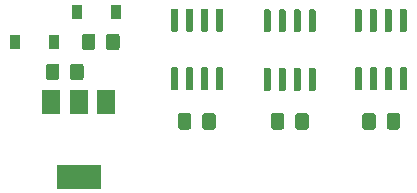
<source format=gbr>
G04 #@! TF.GenerationSoftware,KiCad,Pcbnew,5.1.5+dfsg1-2build2*
G04 #@! TF.CreationDate,2020-08-18T23:14:54+10:00*
G04 #@! TF.ProjectId,sid-board-v3,7369642d-626f-4617-9264-2d76332e6b69,rev?*
G04 #@! TF.SameCoordinates,Original*
G04 #@! TF.FileFunction,Paste,Bot*
G04 #@! TF.FilePolarity,Positive*
%FSLAX46Y46*%
G04 Gerber Fmt 4.6, Leading zero omitted, Abs format (unit mm)*
G04 Created by KiCad (PCBNEW 5.1.5+dfsg1-2build2) date 2020-08-18 23:14:54*
%MOMM*%
%LPD*%
G04 APERTURE LIST*
%ADD10C,0.100000*%
%ADD11R,0.900000X1.200000*%
%ADD12R,1.500000X2.000000*%
%ADD13R,3.800000X2.000000*%
G04 APERTURE END LIST*
D10*
G36*
X135867910Y-90233202D02*
G01*
X135892135Y-90236795D01*
X135915891Y-90242746D01*
X135938949Y-90250996D01*
X135961087Y-90261467D01*
X135982093Y-90274057D01*
X136001763Y-90288645D01*
X136019908Y-90305092D01*
X136036355Y-90323237D01*
X136050943Y-90342907D01*
X136063533Y-90363913D01*
X136074004Y-90386051D01*
X136082254Y-90409109D01*
X136088205Y-90432865D01*
X136091798Y-90457090D01*
X136093000Y-90481550D01*
X136093000Y-91382450D01*
X136091798Y-91406910D01*
X136088205Y-91431135D01*
X136082254Y-91454891D01*
X136074004Y-91477949D01*
X136063533Y-91500087D01*
X136050943Y-91521093D01*
X136036355Y-91540763D01*
X136019908Y-91558908D01*
X136001763Y-91575355D01*
X135982093Y-91589943D01*
X135961087Y-91602533D01*
X135938949Y-91613004D01*
X135915891Y-91621254D01*
X135892135Y-91627205D01*
X135867910Y-91630798D01*
X135843450Y-91632000D01*
X135192550Y-91632000D01*
X135168090Y-91630798D01*
X135143865Y-91627205D01*
X135120109Y-91621254D01*
X135097051Y-91613004D01*
X135074913Y-91602533D01*
X135053907Y-91589943D01*
X135034237Y-91575355D01*
X135016092Y-91558908D01*
X134999645Y-91540763D01*
X134985057Y-91521093D01*
X134972467Y-91500087D01*
X134961996Y-91477949D01*
X134953746Y-91454891D01*
X134947795Y-91431135D01*
X134944202Y-91406910D01*
X134943000Y-91382450D01*
X134943000Y-90481550D01*
X134944202Y-90457090D01*
X134947795Y-90432865D01*
X134953746Y-90409109D01*
X134961996Y-90386051D01*
X134972467Y-90363913D01*
X134985057Y-90342907D01*
X134999645Y-90323237D01*
X135016092Y-90305092D01*
X135034237Y-90288645D01*
X135053907Y-90274057D01*
X135074913Y-90261467D01*
X135097051Y-90250996D01*
X135120109Y-90242746D01*
X135143865Y-90236795D01*
X135168090Y-90233202D01*
X135192550Y-90232000D01*
X135843450Y-90232000D01*
X135867910Y-90233202D01*
G37*
G36*
X133817910Y-90233202D02*
G01*
X133842135Y-90236795D01*
X133865891Y-90242746D01*
X133888949Y-90250996D01*
X133911087Y-90261467D01*
X133932093Y-90274057D01*
X133951763Y-90288645D01*
X133969908Y-90305092D01*
X133986355Y-90323237D01*
X134000943Y-90342907D01*
X134013533Y-90363913D01*
X134024004Y-90386051D01*
X134032254Y-90409109D01*
X134038205Y-90432865D01*
X134041798Y-90457090D01*
X134043000Y-90481550D01*
X134043000Y-91382450D01*
X134041798Y-91406910D01*
X134038205Y-91431135D01*
X134032254Y-91454891D01*
X134024004Y-91477949D01*
X134013533Y-91500087D01*
X134000943Y-91521093D01*
X133986355Y-91540763D01*
X133969908Y-91558908D01*
X133951763Y-91575355D01*
X133932093Y-91589943D01*
X133911087Y-91602533D01*
X133888949Y-91613004D01*
X133865891Y-91621254D01*
X133842135Y-91627205D01*
X133817910Y-91630798D01*
X133793450Y-91632000D01*
X133142550Y-91632000D01*
X133118090Y-91630798D01*
X133093865Y-91627205D01*
X133070109Y-91621254D01*
X133047051Y-91613004D01*
X133024913Y-91602533D01*
X133003907Y-91589943D01*
X132984237Y-91575355D01*
X132966092Y-91558908D01*
X132949645Y-91540763D01*
X132935057Y-91521093D01*
X132922467Y-91500087D01*
X132911996Y-91477949D01*
X132903746Y-91454891D01*
X132897795Y-91431135D01*
X132894202Y-91406910D01*
X132893000Y-91382450D01*
X132893000Y-90481550D01*
X132894202Y-90457090D01*
X132897795Y-90432865D01*
X132903746Y-90409109D01*
X132911996Y-90386051D01*
X132922467Y-90363913D01*
X132935057Y-90342907D01*
X132949645Y-90323237D01*
X132966092Y-90305092D01*
X132984237Y-90288645D01*
X133003907Y-90274057D01*
X133024913Y-90261467D01*
X133047051Y-90250996D01*
X133070109Y-90242746D01*
X133093865Y-90236795D01*
X133118090Y-90233202D01*
X133142550Y-90232000D01*
X133793450Y-90232000D01*
X133817910Y-90233202D01*
G37*
D11*
X127634000Y-81661000D03*
X124334000Y-81661000D03*
D10*
G36*
X152136123Y-86362547D02*
G01*
X152150684Y-86364707D01*
X152164963Y-86368284D01*
X152178823Y-86373243D01*
X152192130Y-86379537D01*
X152204756Y-86387105D01*
X152216579Y-86395873D01*
X152227486Y-86405759D01*
X152237372Y-86416666D01*
X152246140Y-86428489D01*
X152253708Y-86441115D01*
X152260002Y-86454422D01*
X152264961Y-86468282D01*
X152268538Y-86482561D01*
X152270698Y-86497122D01*
X152271420Y-86511825D01*
X152271420Y-88161825D01*
X152270698Y-88176528D01*
X152268538Y-88191089D01*
X152264961Y-88205368D01*
X152260002Y-88219228D01*
X152253708Y-88232535D01*
X152246140Y-88245161D01*
X152237372Y-88256984D01*
X152227486Y-88267891D01*
X152216579Y-88277777D01*
X152204756Y-88286545D01*
X152192130Y-88294113D01*
X152178823Y-88300407D01*
X152164963Y-88305366D01*
X152150684Y-88308943D01*
X152136123Y-88311103D01*
X152121420Y-88311825D01*
X151821420Y-88311825D01*
X151806717Y-88311103D01*
X151792156Y-88308943D01*
X151777877Y-88305366D01*
X151764017Y-88300407D01*
X151750710Y-88294113D01*
X151738084Y-88286545D01*
X151726261Y-88277777D01*
X151715354Y-88267891D01*
X151705468Y-88256984D01*
X151696700Y-88245161D01*
X151689132Y-88232535D01*
X151682838Y-88219228D01*
X151677879Y-88205368D01*
X151674302Y-88191089D01*
X151672142Y-88176528D01*
X151671420Y-88161825D01*
X151671420Y-86511825D01*
X151672142Y-86497122D01*
X151674302Y-86482561D01*
X151677879Y-86468282D01*
X151682838Y-86454422D01*
X151689132Y-86441115D01*
X151696700Y-86428489D01*
X151705468Y-86416666D01*
X151715354Y-86405759D01*
X151726261Y-86395873D01*
X151738084Y-86387105D01*
X151750710Y-86379537D01*
X151764017Y-86373243D01*
X151777877Y-86368284D01*
X151792156Y-86364707D01*
X151806717Y-86362547D01*
X151821420Y-86361825D01*
X152121420Y-86361825D01*
X152136123Y-86362547D01*
G37*
G36*
X150866123Y-86362547D02*
G01*
X150880684Y-86364707D01*
X150894963Y-86368284D01*
X150908823Y-86373243D01*
X150922130Y-86379537D01*
X150934756Y-86387105D01*
X150946579Y-86395873D01*
X150957486Y-86405759D01*
X150967372Y-86416666D01*
X150976140Y-86428489D01*
X150983708Y-86441115D01*
X150990002Y-86454422D01*
X150994961Y-86468282D01*
X150998538Y-86482561D01*
X151000698Y-86497122D01*
X151001420Y-86511825D01*
X151001420Y-88161825D01*
X151000698Y-88176528D01*
X150998538Y-88191089D01*
X150994961Y-88205368D01*
X150990002Y-88219228D01*
X150983708Y-88232535D01*
X150976140Y-88245161D01*
X150967372Y-88256984D01*
X150957486Y-88267891D01*
X150946579Y-88277777D01*
X150934756Y-88286545D01*
X150922130Y-88294113D01*
X150908823Y-88300407D01*
X150894963Y-88305366D01*
X150880684Y-88308943D01*
X150866123Y-88311103D01*
X150851420Y-88311825D01*
X150551420Y-88311825D01*
X150536717Y-88311103D01*
X150522156Y-88308943D01*
X150507877Y-88305366D01*
X150494017Y-88300407D01*
X150480710Y-88294113D01*
X150468084Y-88286545D01*
X150456261Y-88277777D01*
X150445354Y-88267891D01*
X150435468Y-88256984D01*
X150426700Y-88245161D01*
X150419132Y-88232535D01*
X150412838Y-88219228D01*
X150407879Y-88205368D01*
X150404302Y-88191089D01*
X150402142Y-88176528D01*
X150401420Y-88161825D01*
X150401420Y-86511825D01*
X150402142Y-86497122D01*
X150404302Y-86482561D01*
X150407879Y-86468282D01*
X150412838Y-86454422D01*
X150419132Y-86441115D01*
X150426700Y-86428489D01*
X150435468Y-86416666D01*
X150445354Y-86405759D01*
X150456261Y-86395873D01*
X150468084Y-86387105D01*
X150480710Y-86379537D01*
X150494017Y-86373243D01*
X150507877Y-86368284D01*
X150522156Y-86364707D01*
X150536717Y-86362547D01*
X150551420Y-86361825D01*
X150851420Y-86361825D01*
X150866123Y-86362547D01*
G37*
G36*
X149596123Y-86362547D02*
G01*
X149610684Y-86364707D01*
X149624963Y-86368284D01*
X149638823Y-86373243D01*
X149652130Y-86379537D01*
X149664756Y-86387105D01*
X149676579Y-86395873D01*
X149687486Y-86405759D01*
X149697372Y-86416666D01*
X149706140Y-86428489D01*
X149713708Y-86441115D01*
X149720002Y-86454422D01*
X149724961Y-86468282D01*
X149728538Y-86482561D01*
X149730698Y-86497122D01*
X149731420Y-86511825D01*
X149731420Y-88161825D01*
X149730698Y-88176528D01*
X149728538Y-88191089D01*
X149724961Y-88205368D01*
X149720002Y-88219228D01*
X149713708Y-88232535D01*
X149706140Y-88245161D01*
X149697372Y-88256984D01*
X149687486Y-88267891D01*
X149676579Y-88277777D01*
X149664756Y-88286545D01*
X149652130Y-88294113D01*
X149638823Y-88300407D01*
X149624963Y-88305366D01*
X149610684Y-88308943D01*
X149596123Y-88311103D01*
X149581420Y-88311825D01*
X149281420Y-88311825D01*
X149266717Y-88311103D01*
X149252156Y-88308943D01*
X149237877Y-88305366D01*
X149224017Y-88300407D01*
X149210710Y-88294113D01*
X149198084Y-88286545D01*
X149186261Y-88277777D01*
X149175354Y-88267891D01*
X149165468Y-88256984D01*
X149156700Y-88245161D01*
X149149132Y-88232535D01*
X149142838Y-88219228D01*
X149137879Y-88205368D01*
X149134302Y-88191089D01*
X149132142Y-88176528D01*
X149131420Y-88161825D01*
X149131420Y-86511825D01*
X149132142Y-86497122D01*
X149134302Y-86482561D01*
X149137879Y-86468282D01*
X149142838Y-86454422D01*
X149149132Y-86441115D01*
X149156700Y-86428489D01*
X149165468Y-86416666D01*
X149175354Y-86405759D01*
X149186261Y-86395873D01*
X149198084Y-86387105D01*
X149210710Y-86379537D01*
X149224017Y-86373243D01*
X149237877Y-86368284D01*
X149252156Y-86364707D01*
X149266717Y-86362547D01*
X149281420Y-86361825D01*
X149581420Y-86361825D01*
X149596123Y-86362547D01*
G37*
G36*
X148326123Y-86362547D02*
G01*
X148340684Y-86364707D01*
X148354963Y-86368284D01*
X148368823Y-86373243D01*
X148382130Y-86379537D01*
X148394756Y-86387105D01*
X148406579Y-86395873D01*
X148417486Y-86405759D01*
X148427372Y-86416666D01*
X148436140Y-86428489D01*
X148443708Y-86441115D01*
X148450002Y-86454422D01*
X148454961Y-86468282D01*
X148458538Y-86482561D01*
X148460698Y-86497122D01*
X148461420Y-86511825D01*
X148461420Y-88161825D01*
X148460698Y-88176528D01*
X148458538Y-88191089D01*
X148454961Y-88205368D01*
X148450002Y-88219228D01*
X148443708Y-88232535D01*
X148436140Y-88245161D01*
X148427372Y-88256984D01*
X148417486Y-88267891D01*
X148406579Y-88277777D01*
X148394756Y-88286545D01*
X148382130Y-88294113D01*
X148368823Y-88300407D01*
X148354963Y-88305366D01*
X148340684Y-88308943D01*
X148326123Y-88311103D01*
X148311420Y-88311825D01*
X148011420Y-88311825D01*
X147996717Y-88311103D01*
X147982156Y-88308943D01*
X147967877Y-88305366D01*
X147954017Y-88300407D01*
X147940710Y-88294113D01*
X147928084Y-88286545D01*
X147916261Y-88277777D01*
X147905354Y-88267891D01*
X147895468Y-88256984D01*
X147886700Y-88245161D01*
X147879132Y-88232535D01*
X147872838Y-88219228D01*
X147867879Y-88205368D01*
X147864302Y-88191089D01*
X147862142Y-88176528D01*
X147861420Y-88161825D01*
X147861420Y-86511825D01*
X147862142Y-86497122D01*
X147864302Y-86482561D01*
X147867879Y-86468282D01*
X147872838Y-86454422D01*
X147879132Y-86441115D01*
X147886700Y-86428489D01*
X147895468Y-86416666D01*
X147905354Y-86405759D01*
X147916261Y-86395873D01*
X147928084Y-86387105D01*
X147940710Y-86379537D01*
X147954017Y-86373243D01*
X147967877Y-86368284D01*
X147982156Y-86364707D01*
X147996717Y-86362547D01*
X148011420Y-86361825D01*
X148311420Y-86361825D01*
X148326123Y-86362547D01*
G37*
G36*
X148326123Y-81412547D02*
G01*
X148340684Y-81414707D01*
X148354963Y-81418284D01*
X148368823Y-81423243D01*
X148382130Y-81429537D01*
X148394756Y-81437105D01*
X148406579Y-81445873D01*
X148417486Y-81455759D01*
X148427372Y-81466666D01*
X148436140Y-81478489D01*
X148443708Y-81491115D01*
X148450002Y-81504422D01*
X148454961Y-81518282D01*
X148458538Y-81532561D01*
X148460698Y-81547122D01*
X148461420Y-81561825D01*
X148461420Y-83211825D01*
X148460698Y-83226528D01*
X148458538Y-83241089D01*
X148454961Y-83255368D01*
X148450002Y-83269228D01*
X148443708Y-83282535D01*
X148436140Y-83295161D01*
X148427372Y-83306984D01*
X148417486Y-83317891D01*
X148406579Y-83327777D01*
X148394756Y-83336545D01*
X148382130Y-83344113D01*
X148368823Y-83350407D01*
X148354963Y-83355366D01*
X148340684Y-83358943D01*
X148326123Y-83361103D01*
X148311420Y-83361825D01*
X148011420Y-83361825D01*
X147996717Y-83361103D01*
X147982156Y-83358943D01*
X147967877Y-83355366D01*
X147954017Y-83350407D01*
X147940710Y-83344113D01*
X147928084Y-83336545D01*
X147916261Y-83327777D01*
X147905354Y-83317891D01*
X147895468Y-83306984D01*
X147886700Y-83295161D01*
X147879132Y-83282535D01*
X147872838Y-83269228D01*
X147867879Y-83255368D01*
X147864302Y-83241089D01*
X147862142Y-83226528D01*
X147861420Y-83211825D01*
X147861420Y-81561825D01*
X147862142Y-81547122D01*
X147864302Y-81532561D01*
X147867879Y-81518282D01*
X147872838Y-81504422D01*
X147879132Y-81491115D01*
X147886700Y-81478489D01*
X147895468Y-81466666D01*
X147905354Y-81455759D01*
X147916261Y-81445873D01*
X147928084Y-81437105D01*
X147940710Y-81429537D01*
X147954017Y-81423243D01*
X147967877Y-81418284D01*
X147982156Y-81414707D01*
X147996717Y-81412547D01*
X148011420Y-81411825D01*
X148311420Y-81411825D01*
X148326123Y-81412547D01*
G37*
G36*
X149596123Y-81412547D02*
G01*
X149610684Y-81414707D01*
X149624963Y-81418284D01*
X149638823Y-81423243D01*
X149652130Y-81429537D01*
X149664756Y-81437105D01*
X149676579Y-81445873D01*
X149687486Y-81455759D01*
X149697372Y-81466666D01*
X149706140Y-81478489D01*
X149713708Y-81491115D01*
X149720002Y-81504422D01*
X149724961Y-81518282D01*
X149728538Y-81532561D01*
X149730698Y-81547122D01*
X149731420Y-81561825D01*
X149731420Y-83211825D01*
X149730698Y-83226528D01*
X149728538Y-83241089D01*
X149724961Y-83255368D01*
X149720002Y-83269228D01*
X149713708Y-83282535D01*
X149706140Y-83295161D01*
X149697372Y-83306984D01*
X149687486Y-83317891D01*
X149676579Y-83327777D01*
X149664756Y-83336545D01*
X149652130Y-83344113D01*
X149638823Y-83350407D01*
X149624963Y-83355366D01*
X149610684Y-83358943D01*
X149596123Y-83361103D01*
X149581420Y-83361825D01*
X149281420Y-83361825D01*
X149266717Y-83361103D01*
X149252156Y-83358943D01*
X149237877Y-83355366D01*
X149224017Y-83350407D01*
X149210710Y-83344113D01*
X149198084Y-83336545D01*
X149186261Y-83327777D01*
X149175354Y-83317891D01*
X149165468Y-83306984D01*
X149156700Y-83295161D01*
X149149132Y-83282535D01*
X149142838Y-83269228D01*
X149137879Y-83255368D01*
X149134302Y-83241089D01*
X149132142Y-83226528D01*
X149131420Y-83211825D01*
X149131420Y-81561825D01*
X149132142Y-81547122D01*
X149134302Y-81532561D01*
X149137879Y-81518282D01*
X149142838Y-81504422D01*
X149149132Y-81491115D01*
X149156700Y-81478489D01*
X149165468Y-81466666D01*
X149175354Y-81455759D01*
X149186261Y-81445873D01*
X149198084Y-81437105D01*
X149210710Y-81429537D01*
X149224017Y-81423243D01*
X149237877Y-81418284D01*
X149252156Y-81414707D01*
X149266717Y-81412547D01*
X149281420Y-81411825D01*
X149581420Y-81411825D01*
X149596123Y-81412547D01*
G37*
G36*
X150866123Y-81412547D02*
G01*
X150880684Y-81414707D01*
X150894963Y-81418284D01*
X150908823Y-81423243D01*
X150922130Y-81429537D01*
X150934756Y-81437105D01*
X150946579Y-81445873D01*
X150957486Y-81455759D01*
X150967372Y-81466666D01*
X150976140Y-81478489D01*
X150983708Y-81491115D01*
X150990002Y-81504422D01*
X150994961Y-81518282D01*
X150998538Y-81532561D01*
X151000698Y-81547122D01*
X151001420Y-81561825D01*
X151001420Y-83211825D01*
X151000698Y-83226528D01*
X150998538Y-83241089D01*
X150994961Y-83255368D01*
X150990002Y-83269228D01*
X150983708Y-83282535D01*
X150976140Y-83295161D01*
X150967372Y-83306984D01*
X150957486Y-83317891D01*
X150946579Y-83327777D01*
X150934756Y-83336545D01*
X150922130Y-83344113D01*
X150908823Y-83350407D01*
X150894963Y-83355366D01*
X150880684Y-83358943D01*
X150866123Y-83361103D01*
X150851420Y-83361825D01*
X150551420Y-83361825D01*
X150536717Y-83361103D01*
X150522156Y-83358943D01*
X150507877Y-83355366D01*
X150494017Y-83350407D01*
X150480710Y-83344113D01*
X150468084Y-83336545D01*
X150456261Y-83327777D01*
X150445354Y-83317891D01*
X150435468Y-83306984D01*
X150426700Y-83295161D01*
X150419132Y-83282535D01*
X150412838Y-83269228D01*
X150407879Y-83255368D01*
X150404302Y-83241089D01*
X150402142Y-83226528D01*
X150401420Y-83211825D01*
X150401420Y-81561825D01*
X150402142Y-81547122D01*
X150404302Y-81532561D01*
X150407879Y-81518282D01*
X150412838Y-81504422D01*
X150419132Y-81491115D01*
X150426700Y-81478489D01*
X150435468Y-81466666D01*
X150445354Y-81455759D01*
X150456261Y-81445873D01*
X150468084Y-81437105D01*
X150480710Y-81429537D01*
X150494017Y-81423243D01*
X150507877Y-81418284D01*
X150522156Y-81414707D01*
X150536717Y-81412547D01*
X150551420Y-81411825D01*
X150851420Y-81411825D01*
X150866123Y-81412547D01*
G37*
G36*
X152136123Y-81412547D02*
G01*
X152150684Y-81414707D01*
X152164963Y-81418284D01*
X152178823Y-81423243D01*
X152192130Y-81429537D01*
X152204756Y-81437105D01*
X152216579Y-81445873D01*
X152227486Y-81455759D01*
X152237372Y-81466666D01*
X152246140Y-81478489D01*
X152253708Y-81491115D01*
X152260002Y-81504422D01*
X152264961Y-81518282D01*
X152268538Y-81532561D01*
X152270698Y-81547122D01*
X152271420Y-81561825D01*
X152271420Y-83211825D01*
X152270698Y-83226528D01*
X152268538Y-83241089D01*
X152264961Y-83255368D01*
X152260002Y-83269228D01*
X152253708Y-83282535D01*
X152246140Y-83295161D01*
X152237372Y-83306984D01*
X152227486Y-83317891D01*
X152216579Y-83327777D01*
X152204756Y-83336545D01*
X152192130Y-83344113D01*
X152178823Y-83350407D01*
X152164963Y-83355366D01*
X152150684Y-83358943D01*
X152136123Y-83361103D01*
X152121420Y-83361825D01*
X151821420Y-83361825D01*
X151806717Y-83361103D01*
X151792156Y-83358943D01*
X151777877Y-83355366D01*
X151764017Y-83350407D01*
X151750710Y-83344113D01*
X151738084Y-83336545D01*
X151726261Y-83327777D01*
X151715354Y-83317891D01*
X151705468Y-83306984D01*
X151696700Y-83295161D01*
X151689132Y-83282535D01*
X151682838Y-83269228D01*
X151677879Y-83255368D01*
X151674302Y-83241089D01*
X151672142Y-83226528D01*
X151671420Y-83211825D01*
X151671420Y-81561825D01*
X151672142Y-81547122D01*
X151674302Y-81532561D01*
X151677879Y-81518282D01*
X151682838Y-81504422D01*
X151689132Y-81491115D01*
X151696700Y-81478489D01*
X151705468Y-81466666D01*
X151715354Y-81455759D01*
X151726261Y-81445873D01*
X151738084Y-81437105D01*
X151750710Y-81429537D01*
X151764017Y-81423243D01*
X151777877Y-81418284D01*
X151792156Y-81414707D01*
X151806717Y-81412547D01*
X151821420Y-81411825D01*
X152121420Y-81411825D01*
X152136123Y-81412547D01*
G37*
D12*
X122189000Y-89313252D03*
X126789000Y-89313252D03*
X124489000Y-89313252D03*
D13*
X124489000Y-95613252D03*
D10*
G36*
X141691505Y-90233204D02*
G01*
X141715773Y-90236804D01*
X141739572Y-90242765D01*
X141762671Y-90251030D01*
X141784850Y-90261520D01*
X141805893Y-90274132D01*
X141825599Y-90288747D01*
X141843777Y-90305223D01*
X141860253Y-90323401D01*
X141874868Y-90343107D01*
X141887480Y-90364150D01*
X141897970Y-90386329D01*
X141906235Y-90409428D01*
X141912196Y-90433227D01*
X141915796Y-90457495D01*
X141917000Y-90481999D01*
X141917000Y-91382001D01*
X141915796Y-91406505D01*
X141912196Y-91430773D01*
X141906235Y-91454572D01*
X141897970Y-91477671D01*
X141887480Y-91499850D01*
X141874868Y-91520893D01*
X141860253Y-91540599D01*
X141843777Y-91558777D01*
X141825599Y-91575253D01*
X141805893Y-91589868D01*
X141784850Y-91602480D01*
X141762671Y-91612970D01*
X141739572Y-91621235D01*
X141715773Y-91627196D01*
X141691505Y-91630796D01*
X141667001Y-91632000D01*
X141016999Y-91632000D01*
X140992495Y-91630796D01*
X140968227Y-91627196D01*
X140944428Y-91621235D01*
X140921329Y-91612970D01*
X140899150Y-91602480D01*
X140878107Y-91589868D01*
X140858401Y-91575253D01*
X140840223Y-91558777D01*
X140823747Y-91540599D01*
X140809132Y-91520893D01*
X140796520Y-91499850D01*
X140786030Y-91477671D01*
X140777765Y-91454572D01*
X140771804Y-91430773D01*
X140768204Y-91406505D01*
X140767000Y-91382001D01*
X140767000Y-90481999D01*
X140768204Y-90457495D01*
X140771804Y-90433227D01*
X140777765Y-90409428D01*
X140786030Y-90386329D01*
X140796520Y-90364150D01*
X140809132Y-90343107D01*
X140823747Y-90323401D01*
X140840223Y-90305223D01*
X140858401Y-90288747D01*
X140878107Y-90274132D01*
X140899150Y-90261520D01*
X140921329Y-90251030D01*
X140944428Y-90242765D01*
X140968227Y-90236804D01*
X140992495Y-90233204D01*
X141016999Y-90232000D01*
X141667001Y-90232000D01*
X141691505Y-90233204D01*
G37*
G36*
X143741505Y-90233204D02*
G01*
X143765773Y-90236804D01*
X143789572Y-90242765D01*
X143812671Y-90251030D01*
X143834850Y-90261520D01*
X143855893Y-90274132D01*
X143875599Y-90288747D01*
X143893777Y-90305223D01*
X143910253Y-90323401D01*
X143924868Y-90343107D01*
X143937480Y-90364150D01*
X143947970Y-90386329D01*
X143956235Y-90409428D01*
X143962196Y-90433227D01*
X143965796Y-90457495D01*
X143967000Y-90481999D01*
X143967000Y-91382001D01*
X143965796Y-91406505D01*
X143962196Y-91430773D01*
X143956235Y-91454572D01*
X143947970Y-91477671D01*
X143937480Y-91499850D01*
X143924868Y-91520893D01*
X143910253Y-91540599D01*
X143893777Y-91558777D01*
X143875599Y-91575253D01*
X143855893Y-91589868D01*
X143834850Y-91602480D01*
X143812671Y-91612970D01*
X143789572Y-91621235D01*
X143765773Y-91627196D01*
X143741505Y-91630796D01*
X143717001Y-91632000D01*
X143066999Y-91632000D01*
X143042495Y-91630796D01*
X143018227Y-91627196D01*
X142994428Y-91621235D01*
X142971329Y-91612970D01*
X142949150Y-91602480D01*
X142928107Y-91589868D01*
X142908401Y-91575253D01*
X142890223Y-91558777D01*
X142873747Y-91540599D01*
X142859132Y-91520893D01*
X142846520Y-91499850D01*
X142836030Y-91477671D01*
X142827765Y-91454572D01*
X142821804Y-91430773D01*
X142818204Y-91406505D01*
X142817000Y-91382001D01*
X142817000Y-90481999D01*
X142818204Y-90457495D01*
X142821804Y-90433227D01*
X142827765Y-90409428D01*
X142836030Y-90386329D01*
X142846520Y-90364150D01*
X142859132Y-90343107D01*
X142873747Y-90323401D01*
X142890223Y-90305223D01*
X142908401Y-90288747D01*
X142928107Y-90274132D01*
X142949150Y-90261520D01*
X142971329Y-90251030D01*
X142994428Y-90242765D01*
X143018227Y-90236804D01*
X143042495Y-90233204D01*
X143066999Y-90232000D01*
X143717001Y-90232000D01*
X143741505Y-90233204D01*
G37*
G36*
X151488505Y-90233204D02*
G01*
X151512773Y-90236804D01*
X151536572Y-90242765D01*
X151559671Y-90251030D01*
X151581850Y-90261520D01*
X151602893Y-90274132D01*
X151622599Y-90288747D01*
X151640777Y-90305223D01*
X151657253Y-90323401D01*
X151671868Y-90343107D01*
X151684480Y-90364150D01*
X151694970Y-90386329D01*
X151703235Y-90409428D01*
X151709196Y-90433227D01*
X151712796Y-90457495D01*
X151714000Y-90481999D01*
X151714000Y-91382001D01*
X151712796Y-91406505D01*
X151709196Y-91430773D01*
X151703235Y-91454572D01*
X151694970Y-91477671D01*
X151684480Y-91499850D01*
X151671868Y-91520893D01*
X151657253Y-91540599D01*
X151640777Y-91558777D01*
X151622599Y-91575253D01*
X151602893Y-91589868D01*
X151581850Y-91602480D01*
X151559671Y-91612970D01*
X151536572Y-91621235D01*
X151512773Y-91627196D01*
X151488505Y-91630796D01*
X151464001Y-91632000D01*
X150813999Y-91632000D01*
X150789495Y-91630796D01*
X150765227Y-91627196D01*
X150741428Y-91621235D01*
X150718329Y-91612970D01*
X150696150Y-91602480D01*
X150675107Y-91589868D01*
X150655401Y-91575253D01*
X150637223Y-91558777D01*
X150620747Y-91540599D01*
X150606132Y-91520893D01*
X150593520Y-91499850D01*
X150583030Y-91477671D01*
X150574765Y-91454572D01*
X150568804Y-91430773D01*
X150565204Y-91406505D01*
X150564000Y-91382001D01*
X150564000Y-90481999D01*
X150565204Y-90457495D01*
X150568804Y-90433227D01*
X150574765Y-90409428D01*
X150583030Y-90386329D01*
X150593520Y-90364150D01*
X150606132Y-90343107D01*
X150620747Y-90323401D01*
X150637223Y-90305223D01*
X150655401Y-90288747D01*
X150675107Y-90274132D01*
X150696150Y-90261520D01*
X150718329Y-90251030D01*
X150741428Y-90242765D01*
X150765227Y-90236804D01*
X150789495Y-90233204D01*
X150813999Y-90232000D01*
X151464001Y-90232000D01*
X151488505Y-90233204D01*
G37*
G36*
X149438505Y-90233204D02*
G01*
X149462773Y-90236804D01*
X149486572Y-90242765D01*
X149509671Y-90251030D01*
X149531850Y-90261520D01*
X149552893Y-90274132D01*
X149572599Y-90288747D01*
X149590777Y-90305223D01*
X149607253Y-90323401D01*
X149621868Y-90343107D01*
X149634480Y-90364150D01*
X149644970Y-90386329D01*
X149653235Y-90409428D01*
X149659196Y-90433227D01*
X149662796Y-90457495D01*
X149664000Y-90481999D01*
X149664000Y-91382001D01*
X149662796Y-91406505D01*
X149659196Y-91430773D01*
X149653235Y-91454572D01*
X149644970Y-91477671D01*
X149634480Y-91499850D01*
X149621868Y-91520893D01*
X149607253Y-91540599D01*
X149590777Y-91558777D01*
X149572599Y-91575253D01*
X149552893Y-91589868D01*
X149531850Y-91602480D01*
X149509671Y-91612970D01*
X149486572Y-91621235D01*
X149462773Y-91627196D01*
X149438505Y-91630796D01*
X149414001Y-91632000D01*
X148763999Y-91632000D01*
X148739495Y-91630796D01*
X148715227Y-91627196D01*
X148691428Y-91621235D01*
X148668329Y-91612970D01*
X148646150Y-91602480D01*
X148625107Y-91589868D01*
X148605401Y-91575253D01*
X148587223Y-91558777D01*
X148570747Y-91540599D01*
X148556132Y-91520893D01*
X148543520Y-91499850D01*
X148533030Y-91477671D01*
X148524765Y-91454572D01*
X148518804Y-91430773D01*
X148515204Y-91406505D01*
X148514000Y-91382001D01*
X148514000Y-90481999D01*
X148515204Y-90457495D01*
X148518804Y-90433227D01*
X148524765Y-90409428D01*
X148533030Y-90386329D01*
X148543520Y-90364150D01*
X148556132Y-90343107D01*
X148570747Y-90323401D01*
X148587223Y-90305223D01*
X148605401Y-90288747D01*
X148625107Y-90274132D01*
X148646150Y-90261520D01*
X148668329Y-90251030D01*
X148691428Y-90242765D01*
X148715227Y-90236804D01*
X148739495Y-90233204D01*
X148763999Y-90232000D01*
X149414001Y-90232000D01*
X149438505Y-90233204D01*
G37*
G36*
X144421580Y-81457881D02*
G01*
X144436141Y-81460041D01*
X144450420Y-81463618D01*
X144464280Y-81468577D01*
X144477587Y-81474871D01*
X144490213Y-81482439D01*
X144502036Y-81491207D01*
X144512943Y-81501093D01*
X144522829Y-81512000D01*
X144531597Y-81523823D01*
X144539165Y-81536449D01*
X144545459Y-81549756D01*
X144550418Y-81563616D01*
X144553995Y-81577895D01*
X144556155Y-81592456D01*
X144556877Y-81607159D01*
X144556877Y-83257159D01*
X144556155Y-83271862D01*
X144553995Y-83286423D01*
X144550418Y-83300702D01*
X144545459Y-83314562D01*
X144539165Y-83327869D01*
X144531597Y-83340495D01*
X144522829Y-83352318D01*
X144512943Y-83363225D01*
X144502036Y-83373111D01*
X144490213Y-83381879D01*
X144477587Y-83389447D01*
X144464280Y-83395741D01*
X144450420Y-83400700D01*
X144436141Y-83404277D01*
X144421580Y-83406437D01*
X144406877Y-83407159D01*
X144106877Y-83407159D01*
X144092174Y-83406437D01*
X144077613Y-83404277D01*
X144063334Y-83400700D01*
X144049474Y-83395741D01*
X144036167Y-83389447D01*
X144023541Y-83381879D01*
X144011718Y-83373111D01*
X144000811Y-83363225D01*
X143990925Y-83352318D01*
X143982157Y-83340495D01*
X143974589Y-83327869D01*
X143968295Y-83314562D01*
X143963336Y-83300702D01*
X143959759Y-83286423D01*
X143957599Y-83271862D01*
X143956877Y-83257159D01*
X143956877Y-81607159D01*
X143957599Y-81592456D01*
X143959759Y-81577895D01*
X143963336Y-81563616D01*
X143968295Y-81549756D01*
X143974589Y-81536449D01*
X143982157Y-81523823D01*
X143990925Y-81512000D01*
X144000811Y-81501093D01*
X144011718Y-81491207D01*
X144023541Y-81482439D01*
X144036167Y-81474871D01*
X144049474Y-81468577D01*
X144063334Y-81463618D01*
X144077613Y-81460041D01*
X144092174Y-81457881D01*
X144106877Y-81457159D01*
X144406877Y-81457159D01*
X144421580Y-81457881D01*
G37*
G36*
X143151580Y-81457881D02*
G01*
X143166141Y-81460041D01*
X143180420Y-81463618D01*
X143194280Y-81468577D01*
X143207587Y-81474871D01*
X143220213Y-81482439D01*
X143232036Y-81491207D01*
X143242943Y-81501093D01*
X143252829Y-81512000D01*
X143261597Y-81523823D01*
X143269165Y-81536449D01*
X143275459Y-81549756D01*
X143280418Y-81563616D01*
X143283995Y-81577895D01*
X143286155Y-81592456D01*
X143286877Y-81607159D01*
X143286877Y-83257159D01*
X143286155Y-83271862D01*
X143283995Y-83286423D01*
X143280418Y-83300702D01*
X143275459Y-83314562D01*
X143269165Y-83327869D01*
X143261597Y-83340495D01*
X143252829Y-83352318D01*
X143242943Y-83363225D01*
X143232036Y-83373111D01*
X143220213Y-83381879D01*
X143207587Y-83389447D01*
X143194280Y-83395741D01*
X143180420Y-83400700D01*
X143166141Y-83404277D01*
X143151580Y-83406437D01*
X143136877Y-83407159D01*
X142836877Y-83407159D01*
X142822174Y-83406437D01*
X142807613Y-83404277D01*
X142793334Y-83400700D01*
X142779474Y-83395741D01*
X142766167Y-83389447D01*
X142753541Y-83381879D01*
X142741718Y-83373111D01*
X142730811Y-83363225D01*
X142720925Y-83352318D01*
X142712157Y-83340495D01*
X142704589Y-83327869D01*
X142698295Y-83314562D01*
X142693336Y-83300702D01*
X142689759Y-83286423D01*
X142687599Y-83271862D01*
X142686877Y-83257159D01*
X142686877Y-81607159D01*
X142687599Y-81592456D01*
X142689759Y-81577895D01*
X142693336Y-81563616D01*
X142698295Y-81549756D01*
X142704589Y-81536449D01*
X142712157Y-81523823D01*
X142720925Y-81512000D01*
X142730811Y-81501093D01*
X142741718Y-81491207D01*
X142753541Y-81482439D01*
X142766167Y-81474871D01*
X142779474Y-81468577D01*
X142793334Y-81463618D01*
X142807613Y-81460041D01*
X142822174Y-81457881D01*
X142836877Y-81457159D01*
X143136877Y-81457159D01*
X143151580Y-81457881D01*
G37*
G36*
X141881580Y-81457881D02*
G01*
X141896141Y-81460041D01*
X141910420Y-81463618D01*
X141924280Y-81468577D01*
X141937587Y-81474871D01*
X141950213Y-81482439D01*
X141962036Y-81491207D01*
X141972943Y-81501093D01*
X141982829Y-81512000D01*
X141991597Y-81523823D01*
X141999165Y-81536449D01*
X142005459Y-81549756D01*
X142010418Y-81563616D01*
X142013995Y-81577895D01*
X142016155Y-81592456D01*
X142016877Y-81607159D01*
X142016877Y-83257159D01*
X142016155Y-83271862D01*
X142013995Y-83286423D01*
X142010418Y-83300702D01*
X142005459Y-83314562D01*
X141999165Y-83327869D01*
X141991597Y-83340495D01*
X141982829Y-83352318D01*
X141972943Y-83363225D01*
X141962036Y-83373111D01*
X141950213Y-83381879D01*
X141937587Y-83389447D01*
X141924280Y-83395741D01*
X141910420Y-83400700D01*
X141896141Y-83404277D01*
X141881580Y-83406437D01*
X141866877Y-83407159D01*
X141566877Y-83407159D01*
X141552174Y-83406437D01*
X141537613Y-83404277D01*
X141523334Y-83400700D01*
X141509474Y-83395741D01*
X141496167Y-83389447D01*
X141483541Y-83381879D01*
X141471718Y-83373111D01*
X141460811Y-83363225D01*
X141450925Y-83352318D01*
X141442157Y-83340495D01*
X141434589Y-83327869D01*
X141428295Y-83314562D01*
X141423336Y-83300702D01*
X141419759Y-83286423D01*
X141417599Y-83271862D01*
X141416877Y-83257159D01*
X141416877Y-81607159D01*
X141417599Y-81592456D01*
X141419759Y-81577895D01*
X141423336Y-81563616D01*
X141428295Y-81549756D01*
X141434589Y-81536449D01*
X141442157Y-81523823D01*
X141450925Y-81512000D01*
X141460811Y-81501093D01*
X141471718Y-81491207D01*
X141483541Y-81482439D01*
X141496167Y-81474871D01*
X141509474Y-81468577D01*
X141523334Y-81463618D01*
X141537613Y-81460041D01*
X141552174Y-81457881D01*
X141566877Y-81457159D01*
X141866877Y-81457159D01*
X141881580Y-81457881D01*
G37*
G36*
X140611580Y-81457881D02*
G01*
X140626141Y-81460041D01*
X140640420Y-81463618D01*
X140654280Y-81468577D01*
X140667587Y-81474871D01*
X140680213Y-81482439D01*
X140692036Y-81491207D01*
X140702943Y-81501093D01*
X140712829Y-81512000D01*
X140721597Y-81523823D01*
X140729165Y-81536449D01*
X140735459Y-81549756D01*
X140740418Y-81563616D01*
X140743995Y-81577895D01*
X140746155Y-81592456D01*
X140746877Y-81607159D01*
X140746877Y-83257159D01*
X140746155Y-83271862D01*
X140743995Y-83286423D01*
X140740418Y-83300702D01*
X140735459Y-83314562D01*
X140729165Y-83327869D01*
X140721597Y-83340495D01*
X140712829Y-83352318D01*
X140702943Y-83363225D01*
X140692036Y-83373111D01*
X140680213Y-83381879D01*
X140667587Y-83389447D01*
X140654280Y-83395741D01*
X140640420Y-83400700D01*
X140626141Y-83404277D01*
X140611580Y-83406437D01*
X140596877Y-83407159D01*
X140296877Y-83407159D01*
X140282174Y-83406437D01*
X140267613Y-83404277D01*
X140253334Y-83400700D01*
X140239474Y-83395741D01*
X140226167Y-83389447D01*
X140213541Y-83381879D01*
X140201718Y-83373111D01*
X140190811Y-83363225D01*
X140180925Y-83352318D01*
X140172157Y-83340495D01*
X140164589Y-83327869D01*
X140158295Y-83314562D01*
X140153336Y-83300702D01*
X140149759Y-83286423D01*
X140147599Y-83271862D01*
X140146877Y-83257159D01*
X140146877Y-81607159D01*
X140147599Y-81592456D01*
X140149759Y-81577895D01*
X140153336Y-81563616D01*
X140158295Y-81549756D01*
X140164589Y-81536449D01*
X140172157Y-81523823D01*
X140180925Y-81512000D01*
X140190811Y-81501093D01*
X140201718Y-81491207D01*
X140213541Y-81482439D01*
X140226167Y-81474871D01*
X140239474Y-81468577D01*
X140253334Y-81463618D01*
X140267613Y-81460041D01*
X140282174Y-81457881D01*
X140296877Y-81457159D01*
X140596877Y-81457159D01*
X140611580Y-81457881D01*
G37*
G36*
X140611580Y-86407881D02*
G01*
X140626141Y-86410041D01*
X140640420Y-86413618D01*
X140654280Y-86418577D01*
X140667587Y-86424871D01*
X140680213Y-86432439D01*
X140692036Y-86441207D01*
X140702943Y-86451093D01*
X140712829Y-86462000D01*
X140721597Y-86473823D01*
X140729165Y-86486449D01*
X140735459Y-86499756D01*
X140740418Y-86513616D01*
X140743995Y-86527895D01*
X140746155Y-86542456D01*
X140746877Y-86557159D01*
X140746877Y-88207159D01*
X140746155Y-88221862D01*
X140743995Y-88236423D01*
X140740418Y-88250702D01*
X140735459Y-88264562D01*
X140729165Y-88277869D01*
X140721597Y-88290495D01*
X140712829Y-88302318D01*
X140702943Y-88313225D01*
X140692036Y-88323111D01*
X140680213Y-88331879D01*
X140667587Y-88339447D01*
X140654280Y-88345741D01*
X140640420Y-88350700D01*
X140626141Y-88354277D01*
X140611580Y-88356437D01*
X140596877Y-88357159D01*
X140296877Y-88357159D01*
X140282174Y-88356437D01*
X140267613Y-88354277D01*
X140253334Y-88350700D01*
X140239474Y-88345741D01*
X140226167Y-88339447D01*
X140213541Y-88331879D01*
X140201718Y-88323111D01*
X140190811Y-88313225D01*
X140180925Y-88302318D01*
X140172157Y-88290495D01*
X140164589Y-88277869D01*
X140158295Y-88264562D01*
X140153336Y-88250702D01*
X140149759Y-88236423D01*
X140147599Y-88221862D01*
X140146877Y-88207159D01*
X140146877Y-86557159D01*
X140147599Y-86542456D01*
X140149759Y-86527895D01*
X140153336Y-86513616D01*
X140158295Y-86499756D01*
X140164589Y-86486449D01*
X140172157Y-86473823D01*
X140180925Y-86462000D01*
X140190811Y-86451093D01*
X140201718Y-86441207D01*
X140213541Y-86432439D01*
X140226167Y-86424871D01*
X140239474Y-86418577D01*
X140253334Y-86413618D01*
X140267613Y-86410041D01*
X140282174Y-86407881D01*
X140296877Y-86407159D01*
X140596877Y-86407159D01*
X140611580Y-86407881D01*
G37*
G36*
X141881580Y-86407881D02*
G01*
X141896141Y-86410041D01*
X141910420Y-86413618D01*
X141924280Y-86418577D01*
X141937587Y-86424871D01*
X141950213Y-86432439D01*
X141962036Y-86441207D01*
X141972943Y-86451093D01*
X141982829Y-86462000D01*
X141991597Y-86473823D01*
X141999165Y-86486449D01*
X142005459Y-86499756D01*
X142010418Y-86513616D01*
X142013995Y-86527895D01*
X142016155Y-86542456D01*
X142016877Y-86557159D01*
X142016877Y-88207159D01*
X142016155Y-88221862D01*
X142013995Y-88236423D01*
X142010418Y-88250702D01*
X142005459Y-88264562D01*
X141999165Y-88277869D01*
X141991597Y-88290495D01*
X141982829Y-88302318D01*
X141972943Y-88313225D01*
X141962036Y-88323111D01*
X141950213Y-88331879D01*
X141937587Y-88339447D01*
X141924280Y-88345741D01*
X141910420Y-88350700D01*
X141896141Y-88354277D01*
X141881580Y-88356437D01*
X141866877Y-88357159D01*
X141566877Y-88357159D01*
X141552174Y-88356437D01*
X141537613Y-88354277D01*
X141523334Y-88350700D01*
X141509474Y-88345741D01*
X141496167Y-88339447D01*
X141483541Y-88331879D01*
X141471718Y-88323111D01*
X141460811Y-88313225D01*
X141450925Y-88302318D01*
X141442157Y-88290495D01*
X141434589Y-88277869D01*
X141428295Y-88264562D01*
X141423336Y-88250702D01*
X141419759Y-88236423D01*
X141417599Y-88221862D01*
X141416877Y-88207159D01*
X141416877Y-86557159D01*
X141417599Y-86542456D01*
X141419759Y-86527895D01*
X141423336Y-86513616D01*
X141428295Y-86499756D01*
X141434589Y-86486449D01*
X141442157Y-86473823D01*
X141450925Y-86462000D01*
X141460811Y-86451093D01*
X141471718Y-86441207D01*
X141483541Y-86432439D01*
X141496167Y-86424871D01*
X141509474Y-86418577D01*
X141523334Y-86413618D01*
X141537613Y-86410041D01*
X141552174Y-86407881D01*
X141566877Y-86407159D01*
X141866877Y-86407159D01*
X141881580Y-86407881D01*
G37*
G36*
X143151580Y-86407881D02*
G01*
X143166141Y-86410041D01*
X143180420Y-86413618D01*
X143194280Y-86418577D01*
X143207587Y-86424871D01*
X143220213Y-86432439D01*
X143232036Y-86441207D01*
X143242943Y-86451093D01*
X143252829Y-86462000D01*
X143261597Y-86473823D01*
X143269165Y-86486449D01*
X143275459Y-86499756D01*
X143280418Y-86513616D01*
X143283995Y-86527895D01*
X143286155Y-86542456D01*
X143286877Y-86557159D01*
X143286877Y-88207159D01*
X143286155Y-88221862D01*
X143283995Y-88236423D01*
X143280418Y-88250702D01*
X143275459Y-88264562D01*
X143269165Y-88277869D01*
X143261597Y-88290495D01*
X143252829Y-88302318D01*
X143242943Y-88313225D01*
X143232036Y-88323111D01*
X143220213Y-88331879D01*
X143207587Y-88339447D01*
X143194280Y-88345741D01*
X143180420Y-88350700D01*
X143166141Y-88354277D01*
X143151580Y-88356437D01*
X143136877Y-88357159D01*
X142836877Y-88357159D01*
X142822174Y-88356437D01*
X142807613Y-88354277D01*
X142793334Y-88350700D01*
X142779474Y-88345741D01*
X142766167Y-88339447D01*
X142753541Y-88331879D01*
X142741718Y-88323111D01*
X142730811Y-88313225D01*
X142720925Y-88302318D01*
X142712157Y-88290495D01*
X142704589Y-88277869D01*
X142698295Y-88264562D01*
X142693336Y-88250702D01*
X142689759Y-88236423D01*
X142687599Y-88221862D01*
X142686877Y-88207159D01*
X142686877Y-86557159D01*
X142687599Y-86542456D01*
X142689759Y-86527895D01*
X142693336Y-86513616D01*
X142698295Y-86499756D01*
X142704589Y-86486449D01*
X142712157Y-86473823D01*
X142720925Y-86462000D01*
X142730811Y-86451093D01*
X142741718Y-86441207D01*
X142753541Y-86432439D01*
X142766167Y-86424871D01*
X142779474Y-86418577D01*
X142793334Y-86413618D01*
X142807613Y-86410041D01*
X142822174Y-86407881D01*
X142836877Y-86407159D01*
X143136877Y-86407159D01*
X143151580Y-86407881D01*
G37*
G36*
X144421580Y-86407881D02*
G01*
X144436141Y-86410041D01*
X144450420Y-86413618D01*
X144464280Y-86418577D01*
X144477587Y-86424871D01*
X144490213Y-86432439D01*
X144502036Y-86441207D01*
X144512943Y-86451093D01*
X144522829Y-86462000D01*
X144531597Y-86473823D01*
X144539165Y-86486449D01*
X144545459Y-86499756D01*
X144550418Y-86513616D01*
X144553995Y-86527895D01*
X144556155Y-86542456D01*
X144556877Y-86557159D01*
X144556877Y-88207159D01*
X144556155Y-88221862D01*
X144553995Y-88236423D01*
X144550418Y-88250702D01*
X144545459Y-88264562D01*
X144539165Y-88277869D01*
X144531597Y-88290495D01*
X144522829Y-88302318D01*
X144512943Y-88313225D01*
X144502036Y-88323111D01*
X144490213Y-88331879D01*
X144477587Y-88339447D01*
X144464280Y-88345741D01*
X144450420Y-88350700D01*
X144436141Y-88354277D01*
X144421580Y-88356437D01*
X144406877Y-88357159D01*
X144106877Y-88357159D01*
X144092174Y-88356437D01*
X144077613Y-88354277D01*
X144063334Y-88350700D01*
X144049474Y-88345741D01*
X144036167Y-88339447D01*
X144023541Y-88331879D01*
X144011718Y-88323111D01*
X144000811Y-88313225D01*
X143990925Y-88302318D01*
X143982157Y-88290495D01*
X143974589Y-88277869D01*
X143968295Y-88264562D01*
X143963336Y-88250702D01*
X143959759Y-88236423D01*
X143957599Y-88221862D01*
X143956877Y-88207159D01*
X143956877Y-86557159D01*
X143957599Y-86542456D01*
X143959759Y-86527895D01*
X143963336Y-86513616D01*
X143968295Y-86499756D01*
X143974589Y-86486449D01*
X143982157Y-86473823D01*
X143990925Y-86462000D01*
X144000811Y-86451093D01*
X144011718Y-86441207D01*
X144023541Y-86432439D01*
X144036167Y-86424871D01*
X144049474Y-86418577D01*
X144063334Y-86413618D01*
X144077613Y-86410041D01*
X144092174Y-86407881D01*
X144106877Y-86407159D01*
X144406877Y-86407159D01*
X144421580Y-86407881D01*
G37*
D11*
X119127000Y-84201000D03*
X122427000Y-84201000D03*
D10*
G36*
X122641505Y-86042204D02*
G01*
X122665773Y-86045804D01*
X122689572Y-86051765D01*
X122712671Y-86060030D01*
X122734850Y-86070520D01*
X122755893Y-86083132D01*
X122775599Y-86097747D01*
X122793777Y-86114223D01*
X122810253Y-86132401D01*
X122824868Y-86152107D01*
X122837480Y-86173150D01*
X122847970Y-86195329D01*
X122856235Y-86218428D01*
X122862196Y-86242227D01*
X122865796Y-86266495D01*
X122867000Y-86290999D01*
X122867000Y-87191001D01*
X122865796Y-87215505D01*
X122862196Y-87239773D01*
X122856235Y-87263572D01*
X122847970Y-87286671D01*
X122837480Y-87308850D01*
X122824868Y-87329893D01*
X122810253Y-87349599D01*
X122793777Y-87367777D01*
X122775599Y-87384253D01*
X122755893Y-87398868D01*
X122734850Y-87411480D01*
X122712671Y-87421970D01*
X122689572Y-87430235D01*
X122665773Y-87436196D01*
X122641505Y-87439796D01*
X122617001Y-87441000D01*
X121966999Y-87441000D01*
X121942495Y-87439796D01*
X121918227Y-87436196D01*
X121894428Y-87430235D01*
X121871329Y-87421970D01*
X121849150Y-87411480D01*
X121828107Y-87398868D01*
X121808401Y-87384253D01*
X121790223Y-87367777D01*
X121773747Y-87349599D01*
X121759132Y-87329893D01*
X121746520Y-87308850D01*
X121736030Y-87286671D01*
X121727765Y-87263572D01*
X121721804Y-87239773D01*
X121718204Y-87215505D01*
X121717000Y-87191001D01*
X121717000Y-86290999D01*
X121718204Y-86266495D01*
X121721804Y-86242227D01*
X121727765Y-86218428D01*
X121736030Y-86195329D01*
X121746520Y-86173150D01*
X121759132Y-86152107D01*
X121773747Y-86132401D01*
X121790223Y-86114223D01*
X121808401Y-86097747D01*
X121828107Y-86083132D01*
X121849150Y-86070520D01*
X121871329Y-86060030D01*
X121894428Y-86051765D01*
X121918227Y-86045804D01*
X121942495Y-86042204D01*
X121966999Y-86041000D01*
X122617001Y-86041000D01*
X122641505Y-86042204D01*
G37*
G36*
X124691505Y-86042204D02*
G01*
X124715773Y-86045804D01*
X124739572Y-86051765D01*
X124762671Y-86060030D01*
X124784850Y-86070520D01*
X124805893Y-86083132D01*
X124825599Y-86097747D01*
X124843777Y-86114223D01*
X124860253Y-86132401D01*
X124874868Y-86152107D01*
X124887480Y-86173150D01*
X124897970Y-86195329D01*
X124906235Y-86218428D01*
X124912196Y-86242227D01*
X124915796Y-86266495D01*
X124917000Y-86290999D01*
X124917000Y-87191001D01*
X124915796Y-87215505D01*
X124912196Y-87239773D01*
X124906235Y-87263572D01*
X124897970Y-87286671D01*
X124887480Y-87308850D01*
X124874868Y-87329893D01*
X124860253Y-87349599D01*
X124843777Y-87367777D01*
X124825599Y-87384253D01*
X124805893Y-87398868D01*
X124784850Y-87411480D01*
X124762671Y-87421970D01*
X124739572Y-87430235D01*
X124715773Y-87436196D01*
X124691505Y-87439796D01*
X124667001Y-87441000D01*
X124016999Y-87441000D01*
X123992495Y-87439796D01*
X123968227Y-87436196D01*
X123944428Y-87430235D01*
X123921329Y-87421970D01*
X123899150Y-87411480D01*
X123878107Y-87398868D01*
X123858401Y-87384253D01*
X123840223Y-87367777D01*
X123823747Y-87349599D01*
X123809132Y-87329893D01*
X123796520Y-87308850D01*
X123786030Y-87286671D01*
X123777765Y-87263572D01*
X123771804Y-87239773D01*
X123768204Y-87215505D01*
X123767000Y-87191001D01*
X123767000Y-86290999D01*
X123768204Y-86266495D01*
X123771804Y-86242227D01*
X123777765Y-86218428D01*
X123786030Y-86195329D01*
X123796520Y-86173150D01*
X123809132Y-86152107D01*
X123823747Y-86132401D01*
X123840223Y-86114223D01*
X123858401Y-86097747D01*
X123878107Y-86083132D01*
X123899150Y-86070520D01*
X123921329Y-86060030D01*
X123944428Y-86051765D01*
X123968227Y-86045804D01*
X123992495Y-86042204D01*
X124016999Y-86041000D01*
X124667001Y-86041000D01*
X124691505Y-86042204D01*
G37*
G36*
X136581188Y-81386722D02*
G01*
X136595749Y-81388882D01*
X136610028Y-81392459D01*
X136623888Y-81397418D01*
X136637195Y-81403712D01*
X136649821Y-81411280D01*
X136661644Y-81420048D01*
X136672551Y-81429934D01*
X136682437Y-81440841D01*
X136691205Y-81452664D01*
X136698773Y-81465290D01*
X136705067Y-81478597D01*
X136710026Y-81492457D01*
X136713603Y-81506736D01*
X136715763Y-81521297D01*
X136716485Y-81536000D01*
X136716485Y-83186000D01*
X136715763Y-83200703D01*
X136713603Y-83215264D01*
X136710026Y-83229543D01*
X136705067Y-83243403D01*
X136698773Y-83256710D01*
X136691205Y-83269336D01*
X136682437Y-83281159D01*
X136672551Y-83292066D01*
X136661644Y-83301952D01*
X136649821Y-83310720D01*
X136637195Y-83318288D01*
X136623888Y-83324582D01*
X136610028Y-83329541D01*
X136595749Y-83333118D01*
X136581188Y-83335278D01*
X136566485Y-83336000D01*
X136266485Y-83336000D01*
X136251782Y-83335278D01*
X136237221Y-83333118D01*
X136222942Y-83329541D01*
X136209082Y-83324582D01*
X136195775Y-83318288D01*
X136183149Y-83310720D01*
X136171326Y-83301952D01*
X136160419Y-83292066D01*
X136150533Y-83281159D01*
X136141765Y-83269336D01*
X136134197Y-83256710D01*
X136127903Y-83243403D01*
X136122944Y-83229543D01*
X136119367Y-83215264D01*
X136117207Y-83200703D01*
X136116485Y-83186000D01*
X136116485Y-81536000D01*
X136117207Y-81521297D01*
X136119367Y-81506736D01*
X136122944Y-81492457D01*
X136127903Y-81478597D01*
X136134197Y-81465290D01*
X136141765Y-81452664D01*
X136150533Y-81440841D01*
X136160419Y-81429934D01*
X136171326Y-81420048D01*
X136183149Y-81411280D01*
X136195775Y-81403712D01*
X136209082Y-81397418D01*
X136222942Y-81392459D01*
X136237221Y-81388882D01*
X136251782Y-81386722D01*
X136266485Y-81386000D01*
X136566485Y-81386000D01*
X136581188Y-81386722D01*
G37*
G36*
X135311188Y-81386722D02*
G01*
X135325749Y-81388882D01*
X135340028Y-81392459D01*
X135353888Y-81397418D01*
X135367195Y-81403712D01*
X135379821Y-81411280D01*
X135391644Y-81420048D01*
X135402551Y-81429934D01*
X135412437Y-81440841D01*
X135421205Y-81452664D01*
X135428773Y-81465290D01*
X135435067Y-81478597D01*
X135440026Y-81492457D01*
X135443603Y-81506736D01*
X135445763Y-81521297D01*
X135446485Y-81536000D01*
X135446485Y-83186000D01*
X135445763Y-83200703D01*
X135443603Y-83215264D01*
X135440026Y-83229543D01*
X135435067Y-83243403D01*
X135428773Y-83256710D01*
X135421205Y-83269336D01*
X135412437Y-83281159D01*
X135402551Y-83292066D01*
X135391644Y-83301952D01*
X135379821Y-83310720D01*
X135367195Y-83318288D01*
X135353888Y-83324582D01*
X135340028Y-83329541D01*
X135325749Y-83333118D01*
X135311188Y-83335278D01*
X135296485Y-83336000D01*
X134996485Y-83336000D01*
X134981782Y-83335278D01*
X134967221Y-83333118D01*
X134952942Y-83329541D01*
X134939082Y-83324582D01*
X134925775Y-83318288D01*
X134913149Y-83310720D01*
X134901326Y-83301952D01*
X134890419Y-83292066D01*
X134880533Y-83281159D01*
X134871765Y-83269336D01*
X134864197Y-83256710D01*
X134857903Y-83243403D01*
X134852944Y-83229543D01*
X134849367Y-83215264D01*
X134847207Y-83200703D01*
X134846485Y-83186000D01*
X134846485Y-81536000D01*
X134847207Y-81521297D01*
X134849367Y-81506736D01*
X134852944Y-81492457D01*
X134857903Y-81478597D01*
X134864197Y-81465290D01*
X134871765Y-81452664D01*
X134880533Y-81440841D01*
X134890419Y-81429934D01*
X134901326Y-81420048D01*
X134913149Y-81411280D01*
X134925775Y-81403712D01*
X134939082Y-81397418D01*
X134952942Y-81392459D01*
X134967221Y-81388882D01*
X134981782Y-81386722D01*
X134996485Y-81386000D01*
X135296485Y-81386000D01*
X135311188Y-81386722D01*
G37*
G36*
X134041188Y-81386722D02*
G01*
X134055749Y-81388882D01*
X134070028Y-81392459D01*
X134083888Y-81397418D01*
X134097195Y-81403712D01*
X134109821Y-81411280D01*
X134121644Y-81420048D01*
X134132551Y-81429934D01*
X134142437Y-81440841D01*
X134151205Y-81452664D01*
X134158773Y-81465290D01*
X134165067Y-81478597D01*
X134170026Y-81492457D01*
X134173603Y-81506736D01*
X134175763Y-81521297D01*
X134176485Y-81536000D01*
X134176485Y-83186000D01*
X134175763Y-83200703D01*
X134173603Y-83215264D01*
X134170026Y-83229543D01*
X134165067Y-83243403D01*
X134158773Y-83256710D01*
X134151205Y-83269336D01*
X134142437Y-83281159D01*
X134132551Y-83292066D01*
X134121644Y-83301952D01*
X134109821Y-83310720D01*
X134097195Y-83318288D01*
X134083888Y-83324582D01*
X134070028Y-83329541D01*
X134055749Y-83333118D01*
X134041188Y-83335278D01*
X134026485Y-83336000D01*
X133726485Y-83336000D01*
X133711782Y-83335278D01*
X133697221Y-83333118D01*
X133682942Y-83329541D01*
X133669082Y-83324582D01*
X133655775Y-83318288D01*
X133643149Y-83310720D01*
X133631326Y-83301952D01*
X133620419Y-83292066D01*
X133610533Y-83281159D01*
X133601765Y-83269336D01*
X133594197Y-83256710D01*
X133587903Y-83243403D01*
X133582944Y-83229543D01*
X133579367Y-83215264D01*
X133577207Y-83200703D01*
X133576485Y-83186000D01*
X133576485Y-81536000D01*
X133577207Y-81521297D01*
X133579367Y-81506736D01*
X133582944Y-81492457D01*
X133587903Y-81478597D01*
X133594197Y-81465290D01*
X133601765Y-81452664D01*
X133610533Y-81440841D01*
X133620419Y-81429934D01*
X133631326Y-81420048D01*
X133643149Y-81411280D01*
X133655775Y-81403712D01*
X133669082Y-81397418D01*
X133682942Y-81392459D01*
X133697221Y-81388882D01*
X133711782Y-81386722D01*
X133726485Y-81386000D01*
X134026485Y-81386000D01*
X134041188Y-81386722D01*
G37*
G36*
X132771188Y-81386722D02*
G01*
X132785749Y-81388882D01*
X132800028Y-81392459D01*
X132813888Y-81397418D01*
X132827195Y-81403712D01*
X132839821Y-81411280D01*
X132851644Y-81420048D01*
X132862551Y-81429934D01*
X132872437Y-81440841D01*
X132881205Y-81452664D01*
X132888773Y-81465290D01*
X132895067Y-81478597D01*
X132900026Y-81492457D01*
X132903603Y-81506736D01*
X132905763Y-81521297D01*
X132906485Y-81536000D01*
X132906485Y-83186000D01*
X132905763Y-83200703D01*
X132903603Y-83215264D01*
X132900026Y-83229543D01*
X132895067Y-83243403D01*
X132888773Y-83256710D01*
X132881205Y-83269336D01*
X132872437Y-83281159D01*
X132862551Y-83292066D01*
X132851644Y-83301952D01*
X132839821Y-83310720D01*
X132827195Y-83318288D01*
X132813888Y-83324582D01*
X132800028Y-83329541D01*
X132785749Y-83333118D01*
X132771188Y-83335278D01*
X132756485Y-83336000D01*
X132456485Y-83336000D01*
X132441782Y-83335278D01*
X132427221Y-83333118D01*
X132412942Y-83329541D01*
X132399082Y-83324582D01*
X132385775Y-83318288D01*
X132373149Y-83310720D01*
X132361326Y-83301952D01*
X132350419Y-83292066D01*
X132340533Y-83281159D01*
X132331765Y-83269336D01*
X132324197Y-83256710D01*
X132317903Y-83243403D01*
X132312944Y-83229543D01*
X132309367Y-83215264D01*
X132307207Y-83200703D01*
X132306485Y-83186000D01*
X132306485Y-81536000D01*
X132307207Y-81521297D01*
X132309367Y-81506736D01*
X132312944Y-81492457D01*
X132317903Y-81478597D01*
X132324197Y-81465290D01*
X132331765Y-81452664D01*
X132340533Y-81440841D01*
X132350419Y-81429934D01*
X132361326Y-81420048D01*
X132373149Y-81411280D01*
X132385775Y-81403712D01*
X132399082Y-81397418D01*
X132412942Y-81392459D01*
X132427221Y-81388882D01*
X132441782Y-81386722D01*
X132456485Y-81386000D01*
X132756485Y-81386000D01*
X132771188Y-81386722D01*
G37*
G36*
X132771188Y-86336722D02*
G01*
X132785749Y-86338882D01*
X132800028Y-86342459D01*
X132813888Y-86347418D01*
X132827195Y-86353712D01*
X132839821Y-86361280D01*
X132851644Y-86370048D01*
X132862551Y-86379934D01*
X132872437Y-86390841D01*
X132881205Y-86402664D01*
X132888773Y-86415290D01*
X132895067Y-86428597D01*
X132900026Y-86442457D01*
X132903603Y-86456736D01*
X132905763Y-86471297D01*
X132906485Y-86486000D01*
X132906485Y-88136000D01*
X132905763Y-88150703D01*
X132903603Y-88165264D01*
X132900026Y-88179543D01*
X132895067Y-88193403D01*
X132888773Y-88206710D01*
X132881205Y-88219336D01*
X132872437Y-88231159D01*
X132862551Y-88242066D01*
X132851644Y-88251952D01*
X132839821Y-88260720D01*
X132827195Y-88268288D01*
X132813888Y-88274582D01*
X132800028Y-88279541D01*
X132785749Y-88283118D01*
X132771188Y-88285278D01*
X132756485Y-88286000D01*
X132456485Y-88286000D01*
X132441782Y-88285278D01*
X132427221Y-88283118D01*
X132412942Y-88279541D01*
X132399082Y-88274582D01*
X132385775Y-88268288D01*
X132373149Y-88260720D01*
X132361326Y-88251952D01*
X132350419Y-88242066D01*
X132340533Y-88231159D01*
X132331765Y-88219336D01*
X132324197Y-88206710D01*
X132317903Y-88193403D01*
X132312944Y-88179543D01*
X132309367Y-88165264D01*
X132307207Y-88150703D01*
X132306485Y-88136000D01*
X132306485Y-86486000D01*
X132307207Y-86471297D01*
X132309367Y-86456736D01*
X132312944Y-86442457D01*
X132317903Y-86428597D01*
X132324197Y-86415290D01*
X132331765Y-86402664D01*
X132340533Y-86390841D01*
X132350419Y-86379934D01*
X132361326Y-86370048D01*
X132373149Y-86361280D01*
X132385775Y-86353712D01*
X132399082Y-86347418D01*
X132412942Y-86342459D01*
X132427221Y-86338882D01*
X132441782Y-86336722D01*
X132456485Y-86336000D01*
X132756485Y-86336000D01*
X132771188Y-86336722D01*
G37*
G36*
X134041188Y-86336722D02*
G01*
X134055749Y-86338882D01*
X134070028Y-86342459D01*
X134083888Y-86347418D01*
X134097195Y-86353712D01*
X134109821Y-86361280D01*
X134121644Y-86370048D01*
X134132551Y-86379934D01*
X134142437Y-86390841D01*
X134151205Y-86402664D01*
X134158773Y-86415290D01*
X134165067Y-86428597D01*
X134170026Y-86442457D01*
X134173603Y-86456736D01*
X134175763Y-86471297D01*
X134176485Y-86486000D01*
X134176485Y-88136000D01*
X134175763Y-88150703D01*
X134173603Y-88165264D01*
X134170026Y-88179543D01*
X134165067Y-88193403D01*
X134158773Y-88206710D01*
X134151205Y-88219336D01*
X134142437Y-88231159D01*
X134132551Y-88242066D01*
X134121644Y-88251952D01*
X134109821Y-88260720D01*
X134097195Y-88268288D01*
X134083888Y-88274582D01*
X134070028Y-88279541D01*
X134055749Y-88283118D01*
X134041188Y-88285278D01*
X134026485Y-88286000D01*
X133726485Y-88286000D01*
X133711782Y-88285278D01*
X133697221Y-88283118D01*
X133682942Y-88279541D01*
X133669082Y-88274582D01*
X133655775Y-88268288D01*
X133643149Y-88260720D01*
X133631326Y-88251952D01*
X133620419Y-88242066D01*
X133610533Y-88231159D01*
X133601765Y-88219336D01*
X133594197Y-88206710D01*
X133587903Y-88193403D01*
X133582944Y-88179543D01*
X133579367Y-88165264D01*
X133577207Y-88150703D01*
X133576485Y-88136000D01*
X133576485Y-86486000D01*
X133577207Y-86471297D01*
X133579367Y-86456736D01*
X133582944Y-86442457D01*
X133587903Y-86428597D01*
X133594197Y-86415290D01*
X133601765Y-86402664D01*
X133610533Y-86390841D01*
X133620419Y-86379934D01*
X133631326Y-86370048D01*
X133643149Y-86361280D01*
X133655775Y-86353712D01*
X133669082Y-86347418D01*
X133682942Y-86342459D01*
X133697221Y-86338882D01*
X133711782Y-86336722D01*
X133726485Y-86336000D01*
X134026485Y-86336000D01*
X134041188Y-86336722D01*
G37*
G36*
X135311188Y-86336722D02*
G01*
X135325749Y-86338882D01*
X135340028Y-86342459D01*
X135353888Y-86347418D01*
X135367195Y-86353712D01*
X135379821Y-86361280D01*
X135391644Y-86370048D01*
X135402551Y-86379934D01*
X135412437Y-86390841D01*
X135421205Y-86402664D01*
X135428773Y-86415290D01*
X135435067Y-86428597D01*
X135440026Y-86442457D01*
X135443603Y-86456736D01*
X135445763Y-86471297D01*
X135446485Y-86486000D01*
X135446485Y-88136000D01*
X135445763Y-88150703D01*
X135443603Y-88165264D01*
X135440026Y-88179543D01*
X135435067Y-88193403D01*
X135428773Y-88206710D01*
X135421205Y-88219336D01*
X135412437Y-88231159D01*
X135402551Y-88242066D01*
X135391644Y-88251952D01*
X135379821Y-88260720D01*
X135367195Y-88268288D01*
X135353888Y-88274582D01*
X135340028Y-88279541D01*
X135325749Y-88283118D01*
X135311188Y-88285278D01*
X135296485Y-88286000D01*
X134996485Y-88286000D01*
X134981782Y-88285278D01*
X134967221Y-88283118D01*
X134952942Y-88279541D01*
X134939082Y-88274582D01*
X134925775Y-88268288D01*
X134913149Y-88260720D01*
X134901326Y-88251952D01*
X134890419Y-88242066D01*
X134880533Y-88231159D01*
X134871765Y-88219336D01*
X134864197Y-88206710D01*
X134857903Y-88193403D01*
X134852944Y-88179543D01*
X134849367Y-88165264D01*
X134847207Y-88150703D01*
X134846485Y-88136000D01*
X134846485Y-86486000D01*
X134847207Y-86471297D01*
X134849367Y-86456736D01*
X134852944Y-86442457D01*
X134857903Y-86428597D01*
X134864197Y-86415290D01*
X134871765Y-86402664D01*
X134880533Y-86390841D01*
X134890419Y-86379934D01*
X134901326Y-86370048D01*
X134913149Y-86361280D01*
X134925775Y-86353712D01*
X134939082Y-86347418D01*
X134952942Y-86342459D01*
X134967221Y-86338882D01*
X134981782Y-86336722D01*
X134996485Y-86336000D01*
X135296485Y-86336000D01*
X135311188Y-86336722D01*
G37*
G36*
X136581188Y-86336722D02*
G01*
X136595749Y-86338882D01*
X136610028Y-86342459D01*
X136623888Y-86347418D01*
X136637195Y-86353712D01*
X136649821Y-86361280D01*
X136661644Y-86370048D01*
X136672551Y-86379934D01*
X136682437Y-86390841D01*
X136691205Y-86402664D01*
X136698773Y-86415290D01*
X136705067Y-86428597D01*
X136710026Y-86442457D01*
X136713603Y-86456736D01*
X136715763Y-86471297D01*
X136716485Y-86486000D01*
X136716485Y-88136000D01*
X136715763Y-88150703D01*
X136713603Y-88165264D01*
X136710026Y-88179543D01*
X136705067Y-88193403D01*
X136698773Y-88206710D01*
X136691205Y-88219336D01*
X136682437Y-88231159D01*
X136672551Y-88242066D01*
X136661644Y-88251952D01*
X136649821Y-88260720D01*
X136637195Y-88268288D01*
X136623888Y-88274582D01*
X136610028Y-88279541D01*
X136595749Y-88283118D01*
X136581188Y-88285278D01*
X136566485Y-88286000D01*
X136266485Y-88286000D01*
X136251782Y-88285278D01*
X136237221Y-88283118D01*
X136222942Y-88279541D01*
X136209082Y-88274582D01*
X136195775Y-88268288D01*
X136183149Y-88260720D01*
X136171326Y-88251952D01*
X136160419Y-88242066D01*
X136150533Y-88231159D01*
X136141765Y-88219336D01*
X136134197Y-88206710D01*
X136127903Y-88193403D01*
X136122944Y-88179543D01*
X136119367Y-88165264D01*
X136117207Y-88150703D01*
X136116485Y-88136000D01*
X136116485Y-86486000D01*
X136117207Y-86471297D01*
X136119367Y-86456736D01*
X136122944Y-86442457D01*
X136127903Y-86428597D01*
X136134197Y-86415290D01*
X136141765Y-86402664D01*
X136150533Y-86390841D01*
X136160419Y-86379934D01*
X136171326Y-86370048D01*
X136183149Y-86361280D01*
X136195775Y-86353712D01*
X136209082Y-86347418D01*
X136222942Y-86342459D01*
X136237221Y-86338882D01*
X136251782Y-86336722D01*
X136266485Y-86336000D01*
X136566485Y-86336000D01*
X136581188Y-86336722D01*
G37*
G36*
X125689505Y-83502204D02*
G01*
X125713773Y-83505804D01*
X125737572Y-83511765D01*
X125760671Y-83520030D01*
X125782850Y-83530520D01*
X125803893Y-83543132D01*
X125823599Y-83557747D01*
X125841777Y-83574223D01*
X125858253Y-83592401D01*
X125872868Y-83612107D01*
X125885480Y-83633150D01*
X125895970Y-83655329D01*
X125904235Y-83678428D01*
X125910196Y-83702227D01*
X125913796Y-83726495D01*
X125915000Y-83750999D01*
X125915000Y-84651001D01*
X125913796Y-84675505D01*
X125910196Y-84699773D01*
X125904235Y-84723572D01*
X125895970Y-84746671D01*
X125885480Y-84768850D01*
X125872868Y-84789893D01*
X125858253Y-84809599D01*
X125841777Y-84827777D01*
X125823599Y-84844253D01*
X125803893Y-84858868D01*
X125782850Y-84871480D01*
X125760671Y-84881970D01*
X125737572Y-84890235D01*
X125713773Y-84896196D01*
X125689505Y-84899796D01*
X125665001Y-84901000D01*
X125014999Y-84901000D01*
X124990495Y-84899796D01*
X124966227Y-84896196D01*
X124942428Y-84890235D01*
X124919329Y-84881970D01*
X124897150Y-84871480D01*
X124876107Y-84858868D01*
X124856401Y-84844253D01*
X124838223Y-84827777D01*
X124821747Y-84809599D01*
X124807132Y-84789893D01*
X124794520Y-84768850D01*
X124784030Y-84746671D01*
X124775765Y-84723572D01*
X124769804Y-84699773D01*
X124766204Y-84675505D01*
X124765000Y-84651001D01*
X124765000Y-83750999D01*
X124766204Y-83726495D01*
X124769804Y-83702227D01*
X124775765Y-83678428D01*
X124784030Y-83655329D01*
X124794520Y-83633150D01*
X124807132Y-83612107D01*
X124821747Y-83592401D01*
X124838223Y-83574223D01*
X124856401Y-83557747D01*
X124876107Y-83543132D01*
X124897150Y-83530520D01*
X124919329Y-83520030D01*
X124942428Y-83511765D01*
X124966227Y-83505804D01*
X124990495Y-83502204D01*
X125014999Y-83501000D01*
X125665001Y-83501000D01*
X125689505Y-83502204D01*
G37*
G36*
X127739505Y-83502204D02*
G01*
X127763773Y-83505804D01*
X127787572Y-83511765D01*
X127810671Y-83520030D01*
X127832850Y-83530520D01*
X127853893Y-83543132D01*
X127873599Y-83557747D01*
X127891777Y-83574223D01*
X127908253Y-83592401D01*
X127922868Y-83612107D01*
X127935480Y-83633150D01*
X127945970Y-83655329D01*
X127954235Y-83678428D01*
X127960196Y-83702227D01*
X127963796Y-83726495D01*
X127965000Y-83750999D01*
X127965000Y-84651001D01*
X127963796Y-84675505D01*
X127960196Y-84699773D01*
X127954235Y-84723572D01*
X127945970Y-84746671D01*
X127935480Y-84768850D01*
X127922868Y-84789893D01*
X127908253Y-84809599D01*
X127891777Y-84827777D01*
X127873599Y-84844253D01*
X127853893Y-84858868D01*
X127832850Y-84871480D01*
X127810671Y-84881970D01*
X127787572Y-84890235D01*
X127763773Y-84896196D01*
X127739505Y-84899796D01*
X127715001Y-84901000D01*
X127064999Y-84901000D01*
X127040495Y-84899796D01*
X127016227Y-84896196D01*
X126992428Y-84890235D01*
X126969329Y-84881970D01*
X126947150Y-84871480D01*
X126926107Y-84858868D01*
X126906401Y-84844253D01*
X126888223Y-84827777D01*
X126871747Y-84809599D01*
X126857132Y-84789893D01*
X126844520Y-84768850D01*
X126834030Y-84746671D01*
X126825765Y-84723572D01*
X126819804Y-84699773D01*
X126816204Y-84675505D01*
X126815000Y-84651001D01*
X126815000Y-83750999D01*
X126816204Y-83726495D01*
X126819804Y-83702227D01*
X126825765Y-83678428D01*
X126834030Y-83655329D01*
X126844520Y-83633150D01*
X126857132Y-83612107D01*
X126871747Y-83592401D01*
X126888223Y-83574223D01*
X126906401Y-83557747D01*
X126926107Y-83543132D01*
X126947150Y-83530520D01*
X126969329Y-83520030D01*
X126992428Y-83511765D01*
X127016227Y-83505804D01*
X127040495Y-83502204D01*
X127064999Y-83501000D01*
X127715001Y-83501000D01*
X127739505Y-83502204D01*
G37*
M02*

</source>
